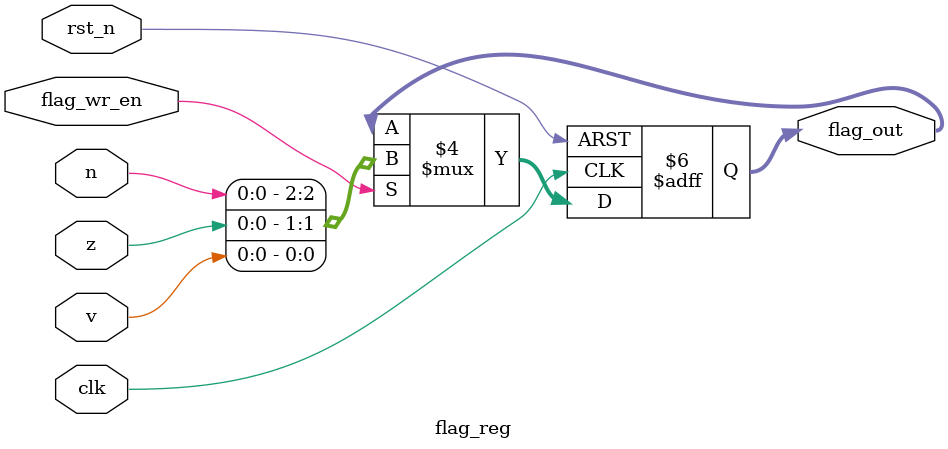
<source format=v>

module flag_reg(clk,rst_n,flag_wr_en,n,z,v,flag_out);

input clk, rst_n, n, z, v;
input flag_wr_en;			// asserted on arith instruc

output reg [2:0] flag_out;	//output Flag

/////////////////////////////////////
// Flag is updated on falling edge //
///////////////////////////////////
always @(negedge clk, negedge rst_n)
  if (~rst_n)
    flag_out <= 3'b000;
  else if (flag_wr_en)
    flag_out <= {n,z,v};
  else
    flag_out <= flag_out;
endmodule

</source>
